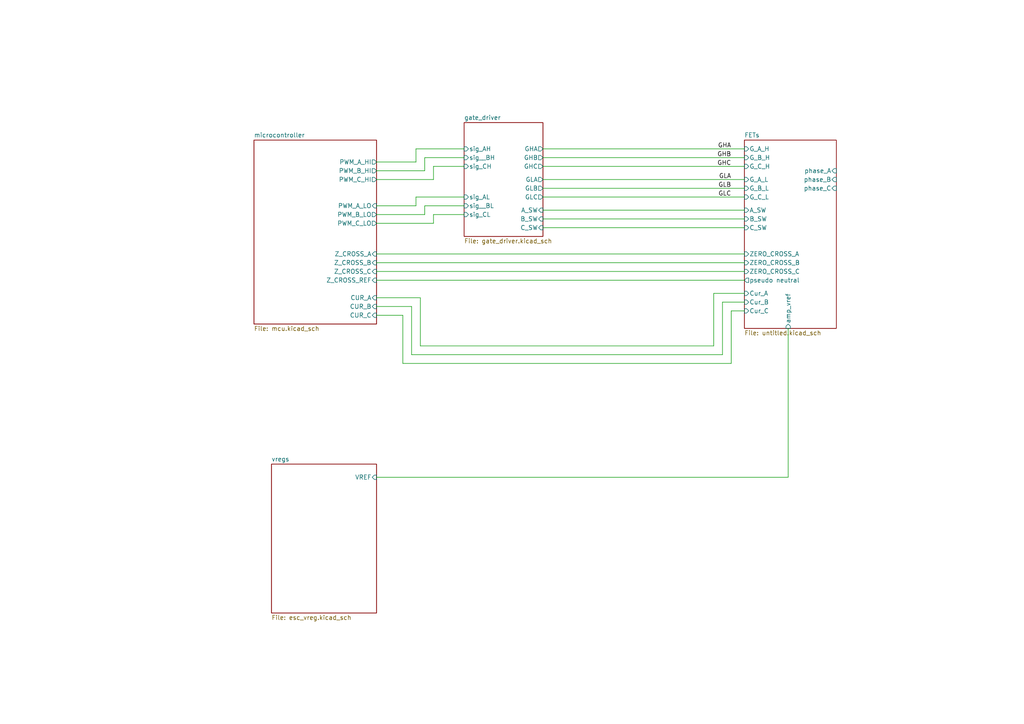
<source format=kicad_sch>
(kicad_sch
	(version 20231120)
	(generator "eeschema")
	(generator_version "8.0")
	(uuid "57d125c5-0eab-48c8-89eb-b4ce21a4a3d6")
	(paper "A4")
	(lib_symbols)
	(wire
		(pts
			(xy 109.22 86.36) (xy 121.92 86.36)
		)
		(stroke
			(width 0)
			(type default)
		)
		(uuid "070ba2a8-f2b8-489b-860c-98399f48222f")
	)
	(wire
		(pts
			(xy 109.22 73.66) (xy 215.9 73.66)
		)
		(stroke
			(width 0)
			(type default)
		)
		(uuid "0c212705-8222-4516-b551-44ee4208cfca")
	)
	(wire
		(pts
			(xy 157.48 52.07) (xy 215.9 52.07)
		)
		(stroke
			(width 0)
			(type default)
		)
		(uuid "14b0f45a-7e8c-44c6-89ac-71987933a09b")
	)
	(wire
		(pts
			(xy 109.22 138.43) (xy 228.6 138.43)
		)
		(stroke
			(width 0)
			(type default)
		)
		(uuid "163afb2a-00d5-44a6-bc36-d4c7dc7d0863")
	)
	(wire
		(pts
			(xy 157.48 57.15) (xy 215.9 57.15)
		)
		(stroke
			(width 0)
			(type default)
		)
		(uuid "19a42185-e859-44f9-9032-a3472e84beaa")
	)
	(wire
		(pts
			(xy 134.62 43.18) (xy 120.65 43.18)
		)
		(stroke
			(width 0)
			(type default)
		)
		(uuid "2a621f5f-7f97-4469-bcc3-19350eea2669")
	)
	(wire
		(pts
			(xy 120.65 59.69) (xy 109.22 59.69)
		)
		(stroke
			(width 0)
			(type default)
		)
		(uuid "2c7bd879-3c56-429d-a6ba-90f12f9f1be5")
	)
	(wire
		(pts
			(xy 123.19 62.23) (xy 123.19 59.69)
		)
		(stroke
			(width 0)
			(type default)
		)
		(uuid "2e96e339-fa30-4a34-b58f-b8455e354060")
	)
	(wire
		(pts
			(xy 121.92 100.33) (xy 121.92 86.36)
		)
		(stroke
			(width 0)
			(type default)
		)
		(uuid "2ea3bfa4-795e-4ac8-9e5f-04afeb12b3da")
	)
	(wire
		(pts
			(xy 109.22 46.99) (xy 120.65 46.99)
		)
		(stroke
			(width 0)
			(type default)
		)
		(uuid "3b5a0ee8-64fc-4ef1-b506-e02b3407e7a1")
	)
	(wire
		(pts
			(xy 157.48 66.04) (xy 215.9 66.04)
		)
		(stroke
			(width 0)
			(type default)
		)
		(uuid "3d314bc2-3a7a-4be9-9c30-fa5e67858b2b")
	)
	(wire
		(pts
			(xy 157.48 54.61) (xy 215.9 54.61)
		)
		(stroke
			(width 0)
			(type default)
		)
		(uuid "442a0be2-f3ed-49d4-9756-76296e5ee9f4")
	)
	(wire
		(pts
			(xy 109.22 81.28) (xy 215.9 81.28)
		)
		(stroke
			(width 0)
			(type default)
		)
		(uuid "4473dd0e-0f0b-4e4a-acd5-76bf7b43a7b8")
	)
	(wire
		(pts
			(xy 134.62 62.23) (xy 125.73 62.23)
		)
		(stroke
			(width 0)
			(type default)
		)
		(uuid "4513922d-7067-4bf7-9e8b-a770b1a07c09")
	)
	(wire
		(pts
			(xy 215.9 90.17) (xy 212.09 90.17)
		)
		(stroke
			(width 0)
			(type default)
		)
		(uuid "46a5673e-a060-4278-bd8e-5a2f29b06fe1")
	)
	(wire
		(pts
			(xy 119.38 88.9) (xy 119.38 102.87)
		)
		(stroke
			(width 0)
			(type default)
		)
		(uuid "4a5dc715-66d7-4538-bd7f-9e51fed3f58e")
	)
	(wire
		(pts
			(xy 123.19 49.53) (xy 109.22 49.53)
		)
		(stroke
			(width 0)
			(type default)
		)
		(uuid "4d844c8a-c135-419d-8376-19f7c65f2a35")
	)
	(wire
		(pts
			(xy 134.62 48.26) (xy 125.73 48.26)
		)
		(stroke
			(width 0)
			(type default)
		)
		(uuid "4de3f840-734f-475a-ac11-72aa87c93cb1")
	)
	(wire
		(pts
			(xy 109.22 62.23) (xy 123.19 62.23)
		)
		(stroke
			(width 0)
			(type default)
		)
		(uuid "575c39e4-1ef6-4561-8af3-b8b6d19303aa")
	)
	(wire
		(pts
			(xy 157.48 45.72) (xy 215.9 45.72)
		)
		(stroke
			(width 0)
			(type default)
		)
		(uuid "6c9c9ead-25d2-4179-ac7f-095f5a94a528")
	)
	(wire
		(pts
			(xy 209.55 102.87) (xy 209.55 87.63)
		)
		(stroke
			(width 0)
			(type default)
		)
		(uuid "6d249e98-5a47-4e67-97e2-29e66a56edb2")
	)
	(wire
		(pts
			(xy 157.48 63.5) (xy 215.9 63.5)
		)
		(stroke
			(width 0)
			(type default)
		)
		(uuid "73935773-6aa4-4f0b-acaa-20bc4451d03f")
	)
	(wire
		(pts
			(xy 228.6 138.43) (xy 228.6 95.25)
		)
		(stroke
			(width 0)
			(type default)
		)
		(uuid "744e1036-49be-4f9b-be99-f4f2fffa7a1d")
	)
	(wire
		(pts
			(xy 116.84 105.41) (xy 116.84 91.44)
		)
		(stroke
			(width 0)
			(type default)
		)
		(uuid "75822866-5468-4dd3-b915-65f52757f9c7")
	)
	(wire
		(pts
			(xy 207.01 85.09) (xy 207.01 100.33)
		)
		(stroke
			(width 0)
			(type default)
		)
		(uuid "768b6e52-e8b7-4790-bbe8-1384e1482388")
	)
	(wire
		(pts
			(xy 120.65 57.15) (xy 120.65 59.69)
		)
		(stroke
			(width 0)
			(type default)
		)
		(uuid "78a8601d-bfc7-4301-a8bd-be663f93873d")
	)
	(wire
		(pts
			(xy 125.73 64.77) (xy 109.22 64.77)
		)
		(stroke
			(width 0)
			(type default)
		)
		(uuid "7e77a99b-7ae0-4eaa-b914-51e0d5690d20")
	)
	(wire
		(pts
			(xy 109.22 78.74) (xy 215.9 78.74)
		)
		(stroke
			(width 0)
			(type default)
		)
		(uuid "7e9a5b73-b4aa-4e50-84ac-b316678e8829")
	)
	(wire
		(pts
			(xy 212.09 105.41) (xy 116.84 105.41)
		)
		(stroke
			(width 0)
			(type default)
		)
		(uuid "8213258c-c20b-4301-9fb1-6d53b9f6f449")
	)
	(wire
		(pts
			(xy 215.9 85.09) (xy 207.01 85.09)
		)
		(stroke
			(width 0)
			(type default)
		)
		(uuid "88de2384-cd65-4b03-8150-dcb10929ab6f")
	)
	(wire
		(pts
			(xy 109.22 91.44) (xy 116.84 91.44)
		)
		(stroke
			(width 0)
			(type default)
		)
		(uuid "91e61eac-1bb6-4aaf-8513-b01dc929b31a")
	)
	(wire
		(pts
			(xy 109.22 88.9) (xy 119.38 88.9)
		)
		(stroke
			(width 0)
			(type default)
		)
		(uuid "9493dd15-0d77-4a67-bb03-f68f9eddf1ca")
	)
	(wire
		(pts
			(xy 125.73 62.23) (xy 125.73 64.77)
		)
		(stroke
			(width 0)
			(type default)
		)
		(uuid "975932bb-bb85-49fe-878b-1393c4b3e647")
	)
	(wire
		(pts
			(xy 123.19 59.69) (xy 134.62 59.69)
		)
		(stroke
			(width 0)
			(type default)
		)
		(uuid "9aacd008-0035-4a71-ab54-956fb859d8e3")
	)
	(wire
		(pts
			(xy 123.19 45.72) (xy 123.19 49.53)
		)
		(stroke
			(width 0)
			(type default)
		)
		(uuid "9cc1549f-2cd5-4faa-925d-2082f1cabadb")
	)
	(wire
		(pts
			(xy 109.22 76.2) (xy 215.9 76.2)
		)
		(stroke
			(width 0)
			(type default)
		)
		(uuid "ab2113c4-01b6-48a7-bb5b-a0e60f59d4f8")
	)
	(wire
		(pts
			(xy 209.55 87.63) (xy 215.9 87.63)
		)
		(stroke
			(width 0)
			(type default)
		)
		(uuid "ad0e2b93-fadc-4d9e-87eb-b64cf2005abd")
	)
	(wire
		(pts
			(xy 212.09 90.17) (xy 212.09 105.41)
		)
		(stroke
			(width 0)
			(type default)
		)
		(uuid "af57c881-9100-4f1d-bd37-549fc7f9f017")
	)
	(wire
		(pts
			(xy 120.65 43.18) (xy 120.65 46.99)
		)
		(stroke
			(width 0)
			(type default)
		)
		(uuid "b1ca4d33-a99e-4d08-8f62-25187d31ac82")
	)
	(wire
		(pts
			(xy 134.62 57.15) (xy 120.65 57.15)
		)
		(stroke
			(width 0)
			(type default)
		)
		(uuid "b4b0509a-606e-4ec2-a09e-98d6f10c1419")
	)
	(wire
		(pts
			(xy 125.73 48.26) (xy 125.73 52.07)
		)
		(stroke
			(width 0)
			(type default)
		)
		(uuid "b7e42f6b-8040-4fd4-8c47-358ab7337031")
	)
	(wire
		(pts
			(xy 157.48 48.26) (xy 215.9 48.26)
		)
		(stroke
			(width 0)
			(type default)
		)
		(uuid "b983eb2e-59cd-4486-9405-825aaa8b5582")
	)
	(wire
		(pts
			(xy 157.48 60.96) (xy 215.9 60.96)
		)
		(stroke
			(width 0)
			(type default)
		)
		(uuid "c2f47c4d-f288-4864-bb33-bd55a2b58827")
	)
	(wire
		(pts
			(xy 207.01 100.33) (xy 121.92 100.33)
		)
		(stroke
			(width 0)
			(type default)
		)
		(uuid "c6c20b11-1cc6-41da-b395-bd76668448f9")
	)
	(wire
		(pts
			(xy 125.73 52.07) (xy 109.22 52.07)
		)
		(stroke
			(width 0)
			(type default)
		)
		(uuid "cdbefba5-8d3b-4381-b2d7-892e3aee59ad")
	)
	(wire
		(pts
			(xy 119.38 102.87) (xy 209.55 102.87)
		)
		(stroke
			(width 0)
			(type default)
		)
		(uuid "d63c5a65-75db-4637-a80a-01ccbe530bbe")
	)
	(wire
		(pts
			(xy 123.19 45.72) (xy 134.62 45.72)
		)
		(stroke
			(width 0)
			(type default)
		)
		(uuid "de05d4ac-9330-4937-b34e-e266f4aba73c")
	)
	(wire
		(pts
			(xy 157.48 43.18) (xy 215.9 43.18)
		)
		(stroke
			(width 0)
			(type default)
		)
		(uuid "f39433f9-f520-42f5-9d5a-8ddac38d00fa")
	)
	(label "GLB"
		(at 212.09 54.61 180)
		(fields_autoplaced yes)
		(effects
			(font
				(size 1.27 1.27)
			)
			(justify right bottom)
		)
		(uuid "0fca66c5-81da-4de0-a3ed-27f227e3fbb2")
	)
	(label "GHB"
		(at 212.09 45.72 180)
		(fields_autoplaced yes)
		(effects
			(font
				(size 1.27 1.27)
			)
			(justify right bottom)
		)
		(uuid "25b316de-0798-4eda-bd8b-e4bf8baf607a")
	)
	(label "GHC"
		(at 212.09 48.26 180)
		(fields_autoplaced yes)
		(effects
			(font
				(size 1.27 1.27)
			)
			(justify right bottom)
		)
		(uuid "7be665eb-6fbb-4fc2-a944-07686a668ad0")
	)
	(label "GLA"
		(at 212.09 52.07 180)
		(fields_autoplaced yes)
		(effects
			(font
				(size 1.27 1.27)
			)
			(justify right bottom)
		)
		(uuid "af97cfa8-3d07-4ffa-a170-66e193705e08")
	)
	(label "GHA"
		(at 212.09 43.18 180)
		(fields_autoplaced yes)
		(effects
			(font
				(size 1.27 1.27)
			)
			(justify right bottom)
		)
		(uuid "cac36616-6e37-4542-8a21-ad24b9eb4249")
	)
	(label "GLC"
		(at 212.09 57.15 180)
		(fields_autoplaced yes)
		(effects
			(font
				(size 1.27 1.27)
			)
			(justify right bottom)
		)
		(uuid "e1393e00-6399-4e27-b72b-af292aa014fe")
	)
	(sheet
		(at 215.9 40.64)
		(size 26.67 54.61)
		(fields_autoplaced yes)
		(stroke
			(width 0.1524)
			(type solid)
		)
		(fill
			(color 0 0 0 0.0000)
		)
		(uuid "1c9900f5-b3b0-4a26-af2f-c956f700be3c")
		(property "Sheetname" "FETs"
			(at 215.9 39.9284 0)
			(effects
				(font
					(size 1.27 1.27)
				)
				(justify left bottom)
			)
		)
		(property "Sheetfile" "untitled.kicad_sch"
			(at 215.9 95.8346 0)
			(effects
				(font
					(size 1.27 1.27)
				)
				(justify left top)
			)
		)
		(pin "phase_B" input
			(at 242.57 52.07 0)
			(effects
				(font
					(size 1.27 1.27)
				)
				(justify right)
			)
			(uuid "2a2e4e4f-c74c-4ee3-9f1c-0f91aab73231")
		)
		(pin "G_C_H" input
			(at 215.9 48.26 180)
			(effects
				(font
					(size 1.27 1.27)
				)
				(justify left)
			)
			(uuid "bd99a6ea-ac7d-40a1-97f0-c9fe94f19f92")
		)
		(pin "G_C_L" input
			(at 215.9 57.15 180)
			(effects
				(font
					(size 1.27 1.27)
				)
				(justify left)
			)
			(uuid "3de3167a-c90a-4e29-87e3-6e1268a49186")
		)
		(pin "phase_C" input
			(at 242.57 54.61 0)
			(effects
				(font
					(size 1.27 1.27)
				)
				(justify right)
			)
			(uuid "88c6fd39-4d93-4c9f-ab27-01f057de5231")
		)
		(pin "C_SW" input
			(at 215.9 66.04 180)
			(effects
				(font
					(size 1.27 1.27)
				)
				(justify left)
			)
			(uuid "591443a6-c45f-45fe-9c0e-08c8e8a1a397")
		)
		(pin "B_SW" input
			(at 215.9 63.5 180)
			(effects
				(font
					(size 1.27 1.27)
				)
				(justify left)
			)
			(uuid "03d71740-8822-4a49-a14c-6629cc1abedc")
		)
		(pin "G_B_L" input
			(at 215.9 54.61 180)
			(effects
				(font
					(size 1.27 1.27)
				)
				(justify left)
			)
			(uuid "a2ffce53-dc1e-4d31-b704-b836bae1d38a")
		)
		(pin "G_B_H" input
			(at 215.9 45.72 180)
			(effects
				(font
					(size 1.27 1.27)
				)
				(justify left)
			)
			(uuid "404f656d-39ec-465a-b698-71172047eef3")
		)
		(pin "phase_A" input
			(at 242.57 49.53 0)
			(effects
				(font
					(size 1.27 1.27)
				)
				(justify right)
			)
			(uuid "063ca84f-6bc6-4110-81e4-5b5560592b80")
		)
		(pin "G_A_H" input
			(at 215.9 43.18 180)
			(effects
				(font
					(size 1.27 1.27)
				)
				(justify left)
			)
			(uuid "2c9e2ce7-96c0-4538-81db-f3281e082da9")
		)
		(pin "A_SW" input
			(at 215.9 60.96 180)
			(effects
				(font
					(size 1.27 1.27)
				)
				(justify left)
			)
			(uuid "5ea22c0a-5233-4f6a-9ad3-35b41618a220")
		)
		(pin "G_A_L" input
			(at 215.9 52.07 180)
			(effects
				(font
					(size 1.27 1.27)
				)
				(justify left)
			)
			(uuid "11db2253-e51c-4598-af9a-d1be10d86765")
		)
		(pin "Cur_B" input
			(at 215.9 87.63 180)
			(effects
				(font
					(size 1.27 1.27)
				)
				(justify left)
			)
			(uuid "990243ac-4c28-4db1-bf41-dbd40bb39e6c")
		)
		(pin "Cur_C" input
			(at 215.9 90.17 180)
			(effects
				(font
					(size 1.27 1.27)
				)
				(justify left)
			)
			(uuid "d62f1a56-14d5-44ef-a3d2-a047775ba846")
		)
		(pin "Cur_A" input
			(at 215.9 85.09 180)
			(effects
				(font
					(size 1.27 1.27)
				)
				(justify left)
			)
			(uuid "dab09142-9e6a-4dcb-9ac1-9d9c83f0ac32")
		)
		(pin "amp_vref" input
			(at 228.6 95.25 270)
			(effects
				(font
					(size 1.27 1.27)
				)
				(justify left)
			)
			(uuid "befc985f-0b21-4cb5-83fa-7c4c4b014e3f")
		)
		(pin "ZERO_CROSS_A" input
			(at 215.9 73.66 180)
			(effects
				(font
					(size 1.27 1.27)
				)
				(justify left)
			)
			(uuid "7dfd6c20-8f55-45e6-b599-63b9f8143b4d")
		)
		(pin "pseudo neutral" output
			(at 215.9 81.28 180)
			(effects
				(font
					(size 1.27 1.27)
				)
				(justify left)
			)
			(uuid "01de8e9b-ef58-4891-b360-81d3355269bf")
		)
		(pin "ZERO_CROSS_B" input
			(at 215.9 76.2 180)
			(effects
				(font
					(size 1.27 1.27)
				)
				(justify left)
			)
			(uuid "152d87fc-2902-4668-b051-da7614f753e1")
		)
		(pin "ZERO_CROSS_C" input
			(at 215.9 78.74 180)
			(effects
				(font
					(size 1.27 1.27)
				)
				(justify left)
			)
			(uuid "d55b6032-d3a7-4657-a923-cabde094cfbf")
		)
		(instances
			(project "ESC"
				(path "/57d125c5-0eab-48c8-89eb-b4ce21a4a3d6"
					(page "2")
				)
			)
		)
	)
	(sheet
		(at 134.62 35.56)
		(size 22.86 33.02)
		(fields_autoplaced yes)
		(stroke
			(width 0.1524)
			(type solid)
		)
		(fill
			(color 0 0 0 0.0000)
		)
		(uuid "34125f42-ca77-44a5-9a8b-ff9bba50901e")
		(property "Sheetname" "gate_driver"
			(at 134.62 34.8484 0)
			(effects
				(font
					(size 1.27 1.27)
				)
				(justify left bottom)
			)
		)
		(property "Sheetfile" "gate_driver.kicad_sch"
			(at 134.62 69.1646 0)
			(effects
				(font
					(size 1.27 1.27)
				)
				(justify left top)
			)
		)
		(pin "sig__BL" input
			(at 134.62 59.69 180)
			(effects
				(font
					(size 1.27 1.27)
				)
				(justify left)
			)
			(uuid "dd6b0858-2997-439e-8b58-275aff63f605")
		)
		(pin "sig_AH" input
			(at 134.62 43.18 180)
			(effects
				(font
					(size 1.27 1.27)
				)
				(justify left)
			)
			(uuid "3d3ae1fc-93aa-4c50-ba93-fb31fae9e1ce")
		)
		(pin "sig_AL" input
			(at 134.62 57.15 180)
			(effects
				(font
					(size 1.27 1.27)
				)
				(justify left)
			)
			(uuid "5757a7e7-85c0-4511-a55c-f62c454ff511")
		)
		(pin "sig_CL" input
			(at 134.62 62.23 180)
			(effects
				(font
					(size 1.27 1.27)
				)
				(justify left)
			)
			(uuid "cac218ae-e1f7-4dd8-89ec-037dd4e8c9dd")
		)
		(pin "sig_CH" input
			(at 134.62 48.26 180)
			(effects
				(font
					(size 1.27 1.27)
				)
				(justify left)
			)
			(uuid "91bff00c-7b15-4d87-b506-6993ace4c2f9")
		)
		(pin "sig__BH" input
			(at 134.62 45.72 180)
			(effects
				(font
					(size 1.27 1.27)
				)
				(justify left)
			)
			(uuid "9dbf56ed-2fe0-45e3-b7a6-59540f9d8f5c")
		)
		(pin "GHA" output
			(at 157.48 43.18 0)
			(effects
				(font
					(size 1.27 1.27)
				)
				(justify right)
			)
			(uuid "cdd7f73a-4e8d-4def-863a-251d384df2bd")
		)
		(pin "GHB" output
			(at 157.48 45.72 0)
			(effects
				(font
					(size 1.27 1.27)
				)
				(justify right)
			)
			(uuid "068b00b7-e6f7-4779-a1b4-d79bf1457506")
		)
		(pin "GHC" output
			(at 157.48 48.26 0)
			(effects
				(font
					(size 1.27 1.27)
				)
				(justify right)
			)
			(uuid "2f761797-3920-4cda-a5c7-764274b9a9f5")
		)
		(pin "GLC" output
			(at 157.48 57.15 0)
			(effects
				(font
					(size 1.27 1.27)
				)
				(justify right)
			)
			(uuid "b8a2f8ef-7fec-4715-bc03-9db2ef14162b")
		)
		(pin "GLA" output
			(at 157.48 52.07 0)
			(effects
				(font
					(size 1.27 1.27)
				)
				(justify right)
			)
			(uuid "40cd9991-03a8-4d8f-a2a2-0cdbeb668984")
		)
		(pin "GLB" output
			(at 157.48 54.61 0)
			(effects
				(font
					(size 1.27 1.27)
				)
				(justify right)
			)
			(uuid "02eb28f4-2105-4671-800b-e10391bb5497")
		)
		(pin "B_SW" input
			(at 157.48 63.5 0)
			(effects
				(font
					(size 1.27 1.27)
				)
				(justify right)
			)
			(uuid "e8fefc37-6c1e-48f4-8165-0ea421b66c3b")
		)
		(pin "A_SW" input
			(at 157.48 60.96 0)
			(effects
				(font
					(size 1.27 1.27)
				)
				(justify right)
			)
			(uuid "bca53784-d78a-4e1f-965b-7d1dcbb48b35")
		)
		(pin "C_SW" input
			(at 157.48 66.04 0)
			(effects
				(font
					(size 1.27 1.27)
				)
				(justify right)
			)
			(uuid "0ab468d3-df38-4d0b-ac40-00cf3d5654dd")
		)
		(instances
			(project "ESC"
				(path "/57d125c5-0eab-48c8-89eb-b4ce21a4a3d6"
					(page "5")
				)
			)
		)
	)
	(sheet
		(at 78.74 134.62)
		(size 30.48 43.18)
		(fields_autoplaced yes)
		(stroke
			(width 0.1524)
			(type solid)
		)
		(fill
			(color 0 0 0 0.0000)
		)
		(uuid "8320bf99-7146-40f0-863c-8f46eab9e7b4")
		(property "Sheetname" "vregs"
			(at 78.74 133.9084 0)
			(effects
				(font
					(size 1.27 1.27)
				)
				(justify left bottom)
			)
		)
		(property "Sheetfile" "esc_vreg.kicad_sch"
			(at 78.74 178.3846 0)
			(effects
				(font
					(size 1.27 1.27)
				)
				(justify left top)
			)
		)
		(pin "VREF" input
			(at 109.22 138.43 0)
			(effects
				(font
					(size 1.27 1.27)
				)
				(justify right)
			)
			(uuid "c482f814-7cdc-4670-bcd9-1131c0f880ac")
		)
		(instances
			(project "ESC"
				(path "/57d125c5-0eab-48c8-89eb-b4ce21a4a3d6"
					(page "3")
				)
			)
		)
	)
	(sheet
		(at 73.66 40.64)
		(size 35.56 53.34)
		(fields_autoplaced yes)
		(stroke
			(width 0.1524)
			(type solid)
		)
		(fill
			(color 0 0 0 0.0000)
		)
		(uuid "e3cf8cee-d61f-4dbe-96b0-4ff4a596a6c5")
		(property "Sheetname" "microcontroller"
			(at 73.66 39.9284 0)
			(effects
				(font
					(size 1.27 1.27)
				)
				(justify left bottom)
			)
		)
		(property "Sheetfile" "mcu.kicad_sch"
			(at 73.66 94.5646 0)
			(effects
				(font
					(size 1.27 1.27)
				)
				(justify left top)
			)
		)
		(pin "PWM_C_HI" output
			(at 109.22 52.07 0)
			(effects
				(font
					(size 1.27 1.27)
				)
				(justify right)
			)
			(uuid "903f67b6-c620-4158-80fc-7fe04d3fa151")
		)
		(pin "PWM_A_LO" input
			(at 109.22 59.69 0)
			(effects
				(font
					(size 1.27 1.27)
				)
				(justify right)
			)
			(uuid "085cedba-074f-4e34-879e-54d2e56fb912")
		)
		(pin "CUR_A" input
			(at 109.22 86.36 0)
			(effects
				(font
					(size 1.27 1.27)
				)
				(justify right)
			)
			(uuid "267b0c45-13d4-4b76-8cf1-78e00300b51c")
		)
		(pin "Z_CROSS_B" input
			(at 109.22 76.2 0)
			(effects
				(font
					(size 1.27 1.27)
				)
				(justify right)
			)
			(uuid "ea50e24c-884e-4317-bf71-f55002ed17d8")
		)
		(pin "Z_CROSS_REF" input
			(at 109.22 81.28 0)
			(effects
				(font
					(size 1.27 1.27)
				)
				(justify right)
			)
			(uuid "229c8b92-7a23-4d33-88bf-cd056713f7f4")
		)
		(pin "Z_CROSS_A" input
			(at 109.22 73.66 0)
			(effects
				(font
					(size 1.27 1.27)
				)
				(justify right)
			)
			(uuid "c6fdaf91-7ec2-42fb-8991-bb635dff1d22")
		)
		(pin "Z_CROSS_C" input
			(at 109.22 78.74 0)
			(effects
				(font
					(size 1.27 1.27)
				)
				(justify right)
			)
			(uuid "7407719b-ac31-4f52-9928-80f6b1451a82")
		)
		(pin "CUR_B" input
			(at 109.22 88.9 0)
			(effects
				(font
					(size 1.27 1.27)
				)
				(justify right)
			)
			(uuid "edef844b-5426-4213-8243-4e55354794fb")
		)
		(pin "PWM_B_LO" output
			(at 109.22 62.23 0)
			(effects
				(font
					(size 1.27 1.27)
				)
				(justify right)
			)
			(uuid "0d8006e1-a9d8-4072-aaf3-37a470a3d515")
		)
		(pin "CUR_C" input
			(at 109.22 91.44 0)
			(effects
				(font
					(size 1.27 1.27)
				)
				(justify right)
			)
			(uuid "5fe82015-fd57-493c-92f1-8747a38902e4")
		)
		(pin "PWM_C_LO" output
			(at 109.22 64.77 0)
			(effects
				(font
					(size 1.27 1.27)
				)
				(justify right)
			)
			(uuid "eac3a4ce-4a8c-4efd-bf55-6734ec22538a")
		)
		(pin "PWM_A_HI" output
			(at 109.22 46.99 0)
			(effects
				(font
					(size 1.27 1.27)
				)
				(justify right)
			)
			(uuid "5e227556-7d1a-47eb-b69a-9db49c69ab84")
		)
		(pin "PWM_B_HI" output
			(at 109.22 49.53 0)
			(effects
				(font
					(size 1.27 1.27)
				)
				(justify right)
			)
			(uuid "e825e3df-5896-4cca-87df-b5a7e819b55c")
		)
		(instances
			(project "ESC"
				(path "/57d125c5-0eab-48c8-89eb-b4ce21a4a3d6"
					(page "4")
				)
			)
		)
	)
	(sheet_instances
		(path "/"
			(page "1")
		)
	)
)

</source>
